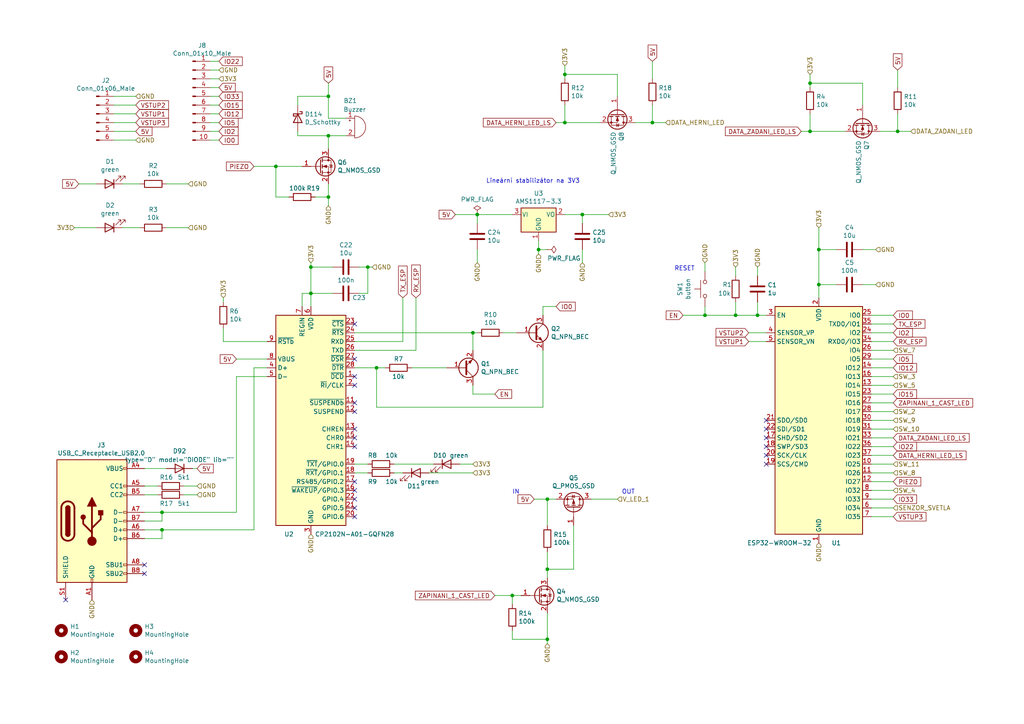
<source format=kicad_sch>
(kicad_sch (version 20211123) (generator eeschema)
  (paper "A4")
  (lib_symbols
    (symbol "Connector:Conn_01x06_Male" (pin_names (offset 1.016) hide)
      (property "Reference" "J" (at 0 7.62 0))
      (property "Value" "Conn_01x06_Male" (at 0 -10.16 0))
      (symbol "Conn_01x06_Male_1_1"
        (pin passive line (at 5.08 5.08 180) (length 3.81) (name "Pin_1") (number "1"))
        (pin passive line (at 5.08 2.54 180) (length 3.81) (name "Pin_2") (number "2"))
        (pin passive line (at 5.08 0 180) (length 3.81) (name "Pin_3") (number "3"))
        (pin passive line (at 5.08 -2.54 180) (length 3.81) (name "Pin_4") (number "4"))
        (pin passive line (at 5.08 -5.08 180) (length 3.81) (name "Pin_5") (number "5"))
        (pin passive line (at 5.08 -7.62 180) (length 3.81) (name "Pin_6") (number "6"))
      )
    )
    (symbol "Connector:Conn_01x10_Male" (pin_names (offset 1.016) hide)
      (property "Reference" "J" (at 0 12.7 0))
      (property "Value" "Conn_01x10_Male" (at 0 -15.24 0))
      (symbol "Conn_01x10_Male_1_1"
        (pin passive line (at 5.08 10.16 180) (length 3.81) (name "Pin_1") (number "1"))
        (pin passive line (at 5.08 -12.7 180) (length 3.81) (name "Pin_10") (number "10"))
        (pin passive line (at 5.08 7.62 180) (length 3.81) (name "Pin_2") (number "2"))
        (pin passive line (at 5.08 5.08 180) (length 3.81) (name "Pin_3") (number "3"))
        (pin passive line (at 5.08 2.54 180) (length 3.81) (name "Pin_4") (number "4"))
        (pin passive line (at 5.08 0 180) (length 3.81) (name "Pin_5") (number "5"))
        (pin passive line (at 5.08 -2.54 180) (length 3.81) (name "Pin_6") (number "6"))
        (pin passive line (at 5.08 -5.08 180) (length 3.81) (name "Pin_7") (number "7"))
        (pin passive line (at 5.08 -7.62 180) (length 3.81) (name "Pin_8") (number "8"))
        (pin passive line (at 5.08 -10.16 180) (length 3.81) (name "Pin_9") (number "9"))
      )
    )
    (symbol "Connector:USB_C_Receptacle_USB2.0" (pin_names (offset 1.016))
      (property "Reference" "J" (at -10.16 19.05 0))
      (property "Value" "USB_C_Receptacle_USB2.0" (at 19.05 19.05 0))
      (symbol "USB_C_Receptacle_USB2.0_1_1"
        (pin passive line (at 0 -22.86 90) (length 5.08) (name "GND") (number "A1"))
        (pin passive line (at 0 -22.86 90) (length 5.08) hide (name "GND") (number "A12"))
        (pin passive line (at 15.24 15.24 180) (length 5.08) (name "VBUS") (number "A4"))
        (pin bidirectional line (at 15.24 10.16 180) (length 5.08) (name "CC1") (number "A5"))
        (pin bidirectional line (at 15.24 -2.54 180) (length 5.08) (name "D+") (number "A6"))
        (pin bidirectional line (at 15.24 2.54 180) (length 5.08) (name "D-") (number "A7"))
        (pin bidirectional line (at 15.24 -12.7 180) (length 5.08) (name "SBU1") (number "A8"))
        (pin passive line (at 15.24 15.24 180) (length 5.08) hide (name "VBUS") (number "A9"))
        (pin passive line (at 0 -22.86 90) (length 5.08) hide (name "GND") (number "B1"))
        (pin passive line (at 0 -22.86 90) (length 5.08) hide (name "GND") (number "B12"))
        (pin passive line (at 15.24 15.24 180) (length 5.08) hide (name "VBUS") (number "B4"))
        (pin bidirectional line (at 15.24 7.62 180) (length 5.08) (name "CC2") (number "B5"))
        (pin bidirectional line (at 15.24 -5.08 180) (length 5.08) (name "D+") (number "B6"))
        (pin bidirectional line (at 15.24 0 180) (length 5.08) (name "D-") (number "B7"))
        (pin bidirectional line (at 15.24 -15.24 180) (length 5.08) (name "SBU2") (number "B8"))
        (pin passive line (at 15.24 15.24 180) (length 5.08) hide (name "VBUS") (number "B9"))
        (pin passive line (at -7.62 -22.86 90) (length 5.08) (name "SHIELD") (number "S1"))
      )
    )
    (symbol "Device:Buzzer" (pin_names (offset 0.0254) hide)
      (property "Reference" "BZ" (at 3.81 1.27 0))
      (property "Value" "Buzzer" (at 3.81 -1.27 0))
      (symbol "Buzzer_1_1"
        (pin passive line (at -2.54 2.54 0) (length 2.54) (name "-") (number "1"))
        (pin passive line (at -2.54 -2.54 0) (length 2.54) (name "+") (number "2"))
      )
    )
    (symbol "Device:C" (pin_numbers hide) (pin_names (offset 0.254))
      (property "Reference" "C" (at 0.635 2.54 0))
      (property "Value" "C" (at 0.635 -2.54 0))
      (symbol "C_1_1"
        (pin passive line (at 0 3.81 270) (length 2.794) (name "~") (number "1"))
        (pin passive line (at 0 -3.81 90) (length 2.794) (name "~") (number "2"))
      )
    )
    (symbol "Device:D" (pin_numbers hide) (pin_names (offset 1.016) hide)
      (property "Reference" "D" (at 0 2.54 0))
      (property "Value" "D" (at 0 -2.54 0))
      (symbol "D_1_1"
        (pin passive line (at -3.81 0 0) (length 2.54) (name "K") (number "1"))
        (pin passive line (at 3.81 0 180) (length 2.54) (name "A") (number "2"))
      )
    )
    (symbol "Device:D_Schottky" (pin_numbers hide) (pin_names (offset 1.016) hide)
      (property "Reference" "D" (at 0 2.54 0))
      (property "Value" "D_Schottky" (at 0 -2.54 0))
      (symbol "D_Schottky_1_1"
        (pin passive line (at -3.81 0 0) (length 2.54) (name "K") (number "1"))
        (pin passive line (at 3.81 0 180) (length 2.54) (name "A") (number "2"))
      )
    )
    (symbol "Device:LED" (pin_numbers hide) (pin_names (offset 1.016) hide)
      (property "Reference" "D" (at 0 2.54 0))
      (property "Value" "LED" (at 0 -2.54 0))
      (symbol "LED_1_1"
        (pin passive line (at -3.81 0 0) (length 2.54) (name "K") (number "1"))
        (pin passive line (at 3.81 0 180) (length 2.54) (name "A") (number "2"))
      )
    )
    (symbol "Device:Q_NMOS_GSD" (pin_names (offset 0) hide)
      (property "Reference" "Q" (at 5.08 1.27 0))
      (property "Value" "Q_NMOS_GSD" (at 5.08 -1.27 0))
      (symbol "Q_NMOS_GSD_1_1"
        (pin input line (at -5.08 0 0) (length 2.54) (name "G") (number "1"))
        (pin passive line (at 2.54 -5.08 90) (length 2.54) (name "S") (number "2"))
        (pin passive line (at 2.54 5.08 270) (length 2.54) (name "D") (number "3"))
      )
    )
    (symbol "Device:Q_NPN_BEC" (pin_names (offset 0) hide)
      (property "Reference" "Q" (at 5.08 1.27 0))
      (property "Value" "Q_NPN_BEC" (at 5.08 -1.27 0))
      (symbol "Q_NPN_BEC_1_1"
        (pin input line (at -5.08 0 0) (length 5.715) (name "B") (number "1"))
        (pin passive line (at 2.54 -5.08 90) (length 2.54) (name "E") (number "2"))
        (pin passive line (at 2.54 5.08 270) (length 2.54) (name "C") (number "3"))
      )
    )
    (symbol "Device:Q_PMOS_GSD" (pin_names (offset 0) hide)
      (property "Reference" "Q" (at 5.08 1.27 0))
      (property "Value" "Q_PMOS_GSD" (at 5.08 -1.27 0))
      (symbol "Q_PMOS_GSD_1_1"
        (pin input line (at -5.08 0 0) (length 2.54) (name "G") (number "1"))
        (pin passive line (at 2.54 -5.08 90) (length 2.54) (name "S") (number "2"))
        (pin passive line (at 2.54 5.08 270) (length 2.54) (name "D") (number "3"))
      )
    )
    (symbol "Device:R" (pin_numbers hide) (pin_names (offset 0))
      (property "Reference" "R" (at 2.032 0 90))
      (property "Value" "R" (at 0 0 90))
      (symbol "R_1_1"
        (pin passive line (at 0 3.81 270) (length 1.27) (name "~") (number "1"))
        (pin passive line (at 0 -3.81 90) (length 1.27) (name "~") (number "2"))
      )
    )
    (symbol "Logic_tabor-rescue:CP2102N-A01-GQFN28-Interface_USB"
      (property "Reference" "U" (at -7.62 31.75 0))
      (property "Value" "CP2102N-A01-GQFN28-Interface_USB" (at 26.67 31.75 0))
      (symbol "CP2102N-A01-GQFN28-Interface_USB_1_1"
        (pin input line (at 12.7 12.7 180) (length 2.54) (name "~{DCD}") (number "1"))
        (pin no_connect line (at -10.16 -10.16 0) (length 2.54) hide (name "NC") (number "10"))
        (pin output line (at 12.7 5.08 180) (length 2.54) (name "~{SUSPENDb}") (number "11"))
        (pin output line (at 12.7 2.54 180) (length 2.54) (name "SUSPEND") (number "12"))
        (pin output line (at 12.7 -2.54 180) (length 2.54) (name "CHREN") (number "13"))
        (pin output line (at 12.7 -7.62 180) (length 2.54) (name "CHR1") (number "14"))
        (pin output line (at 12.7 -5.08 180) (length 2.54) (name "CHR0") (number "15"))
        (pin bidirectional line (at 12.7 -20.32 180) (length 2.54) (name "~{WAKEUP}/GPIO.3") (number "16"))
        (pin bidirectional line (at 12.7 -17.78 180) (length 2.54) (name "RS485/GPIO.2") (number "17"))
        (pin bidirectional line (at 12.7 -15.24 180) (length 2.54) (name "~{RXT}/GPIO.1") (number "18"))
        (pin bidirectional line (at 12.7 -12.7 180) (length 2.54) (name "~{TXT}/GPIO.0") (number "19"))
        (pin bidirectional line (at 12.7 10.16 180) (length 2.54) (name "~{RI}/CLK") (number "2"))
        (pin bidirectional line (at 12.7 -27.94 180) (length 2.54) (name "GPIO.6") (number "20"))
        (pin bidirectional line (at 12.7 -25.4 180) (length 2.54) (name "GPIO.5") (number "21"))
        (pin bidirectional line (at 12.7 -22.86 180) (length 2.54) (name "GPIO.4") (number "22"))
        (pin input line (at 12.7 27.94 180) (length 2.54) (name "~{CTS}") (number "23"))
        (pin output line (at 12.7 25.4 180) (length 2.54) (name "~{RTS}") (number "24"))
        (pin input line (at 12.7 22.86 180) (length 2.54) (name "RXD") (number "25"))
        (pin output line (at 12.7 20.32 180) (length 2.54) (name "TXD") (number "26"))
        (pin input line (at 12.7 17.78 180) (length 2.54) (name "~{DSR}") (number "27"))
        (pin output line (at 12.7 15.24 180) (length 2.54) (name "~{DTR}") (number "28"))
        (pin passive line (at 0 -33.02 90) (length 2.54) hide (name "GND") (number "29"))
        (pin power_in line (at 0 -33.02 90) (length 2.54) (name "GND") (number "3"))
        (pin bidirectional line (at -12.7 15.24 0) (length 2.54) (name "D+") (number "4"))
        (pin bidirectional line (at -12.7 12.7 0) (length 2.54) (name "D-") (number "5"))
        (pin passive line (at 0 33.02 270) (length 2.54) (name "VDD") (number "6"))
        (pin power_in line (at -2.54 33.02 270) (length 2.54) (name "REGIN") (number "7"))
        (pin input line (at -12.7 17.78 0) (length 2.54) (name "VBUS") (number "8"))
        (pin input line (at -12.7 22.86 0) (length 2.54) (name "~{RSTb}") (number "9"))
      )
    )
    (symbol "Mechanical:MountingHole" (pin_names (offset 1.016))
      (property "Reference" "H" (at 0 5.08 0))
      (property "Value" "MountingHole" (at 0 3.175 0))
    )
    (symbol "RF_Module:ESP32-WROOM-32"
      (property "Reference" "U" (at -12.7 34.29 0))
      (property "Value" "ESP32-WROOM-32" (at 1.27 34.29 0))
      (symbol "ESP32-WROOM-32_1_1"
        (pin power_in line (at 0 -35.56 90) (length 2.54) (name "GND") (number "1"))
        (pin bidirectional line (at 15.24 -12.7 180) (length 2.54) (name "IO25") (number "10"))
        (pin bidirectional line (at 15.24 -15.24 180) (length 2.54) (name "IO26") (number "11"))
        (pin bidirectional line (at 15.24 -17.78 180) (length 2.54) (name "IO27") (number "12"))
        (pin bidirectional line (at 15.24 10.16 180) (length 2.54) (name "IO14") (number "13"))
        (pin bidirectional line (at 15.24 15.24 180) (length 2.54) (name "IO12") (number "14"))
        (pin passive line (at 0 -35.56 90) (length 2.54) hide (name "GND") (number "15"))
        (pin bidirectional line (at 15.24 12.7 180) (length 2.54) (name "IO13") (number "16"))
        (pin bidirectional line (at -15.24 -5.08 0) (length 2.54) (name "SHD/SD2") (number "17"))
        (pin bidirectional line (at -15.24 -7.62 0) (length 2.54) (name "SWP/SD3") (number "18"))
        (pin bidirectional line (at -15.24 -12.7 0) (length 2.54) (name "SCS/CMD") (number "19"))
        (pin power_in line (at 0 35.56 270) (length 2.54) (name "VDD") (number "2"))
        (pin bidirectional line (at -15.24 -10.16 0) (length 2.54) (name "SCK/CLK") (number "20"))
        (pin bidirectional line (at -15.24 0 0) (length 2.54) (name "SDO/SD0") (number "21"))
        (pin bidirectional line (at -15.24 -2.54 0) (length 2.54) (name "SDI/SD1") (number "22"))
        (pin bidirectional line (at 15.24 7.62 180) (length 2.54) (name "IO15") (number "23"))
        (pin bidirectional line (at 15.24 25.4 180) (length 2.54) (name "IO2") (number "24"))
        (pin bidirectional line (at 15.24 30.48 180) (length 2.54) (name "IO0") (number "25"))
        (pin bidirectional line (at 15.24 20.32 180) (length 2.54) (name "IO4") (number "26"))
        (pin bidirectional line (at 15.24 5.08 180) (length 2.54) (name "IO16") (number "27"))
        (pin bidirectional line (at 15.24 2.54 180) (length 2.54) (name "IO17") (number "28"))
        (pin bidirectional line (at 15.24 17.78 180) (length 2.54) (name "IO5") (number "29"))
        (pin input line (at -15.24 30.48 0) (length 2.54) (name "EN") (number "3"))
        (pin bidirectional line (at 15.24 0 180) (length 2.54) (name "IO18") (number "30"))
        (pin bidirectional line (at 15.24 -2.54 180) (length 2.54) (name "IO19") (number "31"))
        (pin no_connect line (at -12.7 -27.94 0) (length 2.54) hide (name "NC") (number "32"))
        (pin bidirectional line (at 15.24 -5.08 180) (length 2.54) (name "IO21") (number "33"))
        (pin bidirectional line (at 15.24 22.86 180) (length 2.54) (name "RXD0/IO3") (number "34"))
        (pin bidirectional line (at 15.24 27.94 180) (length 2.54) (name "TXD0/IO1") (number "35"))
        (pin bidirectional line (at 15.24 -7.62 180) (length 2.54) (name "IO22") (number "36"))
        (pin bidirectional line (at 15.24 -10.16 180) (length 2.54) (name "IO23") (number "37"))
        (pin passive line (at 0 -35.56 90) (length 2.54) hide (name "GND") (number "38"))
        (pin passive line (at 0 -35.56 90) (length 2.54) hide (name "GND") (number "39"))
        (pin input line (at -15.24 25.4 0) (length 2.54) (name "SENSOR_VP") (number "4"))
        (pin input line (at -15.24 22.86 0) (length 2.54) (name "SENSOR_VN") (number "5"))
        (pin input line (at 15.24 -25.4 180) (length 2.54) (name "IO34") (number "6"))
        (pin input line (at 15.24 -27.94 180) (length 2.54) (name "IO35") (number "7"))
        (pin bidirectional line (at 15.24 -20.32 180) (length 2.54) (name "IO32") (number "8"))
        (pin bidirectional line (at 15.24 -22.86 180) (length 2.54) (name "IO33") (number "9"))
      )
    )
    (symbol "Regulator_Linear:AMS1117-3.3" (pin_names (offset 0.254))
      (property "Reference" "U" (at -3.81 3.175 0))
      (property "Value" "AMS1117-3.3" (at 0 3.175 0))
      (symbol "AMS1117-3.3_1_1"
        (pin power_in line (at 0 -7.62 90) (length 2.54) (name "GND") (number "1"))
        (pin power_out line (at 7.62 0 180) (length 2.54) (name "VO") (number "2"))
        (pin power_in line (at -7.62 0 0) (length 2.54) (name "VI") (number "3"))
      )
    )
    (symbol "Switch:SW_Push" (pin_numbers hide) (pin_names (offset 1.016) hide)
      (property "Reference" "SW" (at 1.27 2.54 0))
      (property "Value" "SW_Push" (at 0 -1.524 0))
      (symbol "SW_Push_0_1"
        (pin passive line (at -5.08 0 0) (length 2.54) (name "1") (number "1"))
        (pin passive line (at 5.08 0 180) (length 2.54) (name "2") (number "2"))
      )
    )
    (symbol "power:PWR_FLAG" (power) (pin_numbers hide) (pin_names (offset 0) hide)
      (property "Value" "PWR_FLAG" (at 0 3.81 0))
      (symbol "PWR_FLAG_0_0"
        (pin power_out line (at 0 0 90) (length 0) (name "pwr") (number "1"))
      )
    )
  )
  (junction (at 204.47 91.44))
  (junction (at 46.99 153.67))
  (junction (at 106.68 77.47))
  (junction (at 213.36 91.44))
  (junction (at 163.83 21.59))
  (junction (at 95.25 27.94))
  (junction (at 137.16 96.52))
  (junction (at 168.91 62.23))
  (junction (at 189.23 35.56))
  (junction (at 95.25 39.37))
  (junction (at 90.17 85.09))
  (junction (at 158.75 165.1))
  (junction (at 237.49 72.39))
  (junction (at 158.75 185.42))
  (junction (at 109.22 106.68))
  (junction (at 234.95 24.13))
  (junction (at 237.49 82.55))
  (junction (at 90.17 77.47))
  (junction (at 138.43 62.23))
  (junction (at 148.59 172.72))
  (junction (at 158.75 144.78))
  (junction (at 80.01 48.26))
  (junction (at 156.21 72.39))
  (junction (at 46.99 148.59))
  (junction (at 260.35 38.1))
  (junction (at 163.83 35.56))
  (junction (at 234.95 38.1))
  (junction (at 95.25 57.15))
  (junction (at 219.71 91.44))
  (no_connect (at 102.87 149.86))
  (no_connect (at 102.87 119.38))
  (no_connect (at 102.87 124.46))
  (no_connect (at 222.25 132.08))
  (no_connect (at 222.25 127))
  (no_connect (at 102.87 116.84))
  (no_connect (at 102.87 109.22))
  (no_connect (at 102.87 111.76))
  (no_connect (at 41.91 163.83))
  (no_connect (at 19.05 173.99))
  (no_connect (at 102.87 142.24))
  (no_connect (at 102.87 147.32))
  (no_connect (at 222.25 134.62))
  (no_connect (at 41.91 166.37))
  (no_connect (at 222.25 121.92))
  (no_connect (at 102.87 93.98))
  (no_connect (at 102.87 139.7))
  (no_connect (at 222.25 124.46))
  (no_connect (at 102.87 144.78))
  (no_connect (at 102.87 129.54))
  (no_connect (at 102.87 104.14))
  (no_connect (at 102.87 127))
  (no_connect (at 222.25 129.54))
  (wire (pts (xy 252.73 137.16) (xy 259.08 137.16)))
  (wire (pts (xy 104.14 77.47) (xy 106.68 77.47)))
  (wire (pts (xy 63.5 40.64) (xy 60.96 40.64)))
  (wire (pts (xy 260.35 38.1) (xy 255.27 38.1)))
  (wire (pts (xy 148.59 182.88) (xy 148.59 185.42)))
  (wire (pts (xy 35.56 53.34) (xy 40.64 53.34)))
  (wire (pts (xy 148.59 175.26) (xy 148.59 172.72)))
  (wire (pts (xy 41.91 135.89) (xy 48.26 135.89)))
  (wire (pts (xy 259.08 93.98) (xy 252.73 93.98)))
  (wire (pts (xy 137.16 134.62) (xy 133.35 134.62)))
  (wire (pts (xy 148.59 185.42) (xy 158.75 185.42)))
  (wire (pts (xy 86.36 39.37) (xy 95.25 39.37)))
  (wire (pts (xy 158.75 185.42) (xy 158.75 186.69)))
  (wire (pts (xy 102.87 106.68) (xy 109.22 106.68)))
  (wire (pts (xy 80.01 48.26) (xy 87.63 48.26)))
  (wire (pts (xy 48.26 53.34) (xy 54.61 53.34)))
  (wire (pts (xy 259.08 99.06) (xy 252.73 99.06)))
  (wire (pts (xy 68.58 148.59) (xy 68.58 109.22)))
  (wire (pts (xy 63.5 17.78) (xy 60.96 17.78)))
  (wire (pts (xy 217.17 96.52) (xy 222.25 96.52)))
  (wire (pts (xy 252.73 139.7) (xy 259.08 139.7)))
  (wire (pts (xy 57.15 143.51) (xy 53.34 143.51)))
  (wire (pts (xy 57.15 135.89) (xy 55.88 135.89)))
  (wire (pts (xy 259.08 134.62) (xy 252.73 134.62)))
  (wire (pts (xy 107.95 77.47) (xy 106.68 77.47)))
  (wire (pts (xy 138.43 64.77) (xy 138.43 62.23)))
  (wire (pts (xy 119.38 106.68) (xy 129.54 106.68)))
  (wire (pts (xy 163.83 21.59) (xy 163.83 22.86)))
  (wire (pts (xy 63.5 27.94) (xy 60.96 27.94)))
  (wire (pts (xy 219.71 77.47) (xy 219.71 80.01)))
  (wire (pts (xy 259.08 116.84) (xy 252.73 116.84)))
  (wire (pts (xy 95.25 59.69) (xy 95.25 57.15)))
  (wire (pts (xy 158.75 177.8) (xy 158.75 185.42)))
  (wire (pts (xy 252.73 119.38) (xy 259.08 119.38)))
  (wire (pts (xy 166.37 152.4) (xy 166.37 165.1)))
  (wire (pts (xy 242.57 82.55) (xy 237.49 82.55)))
  (wire (pts (xy 158.75 167.64) (xy 158.75 165.1)))
  (wire (pts (xy 96.52 77.47) (xy 90.17 77.47)))
  (wire (pts (xy 39.37 30.48) (xy 33.02 30.48)))
  (wire (pts (xy 64.77 95.25) (xy 64.77 99.06)))
  (wire (pts (xy 95.25 34.29) (xy 100.33 34.29)))
  (wire (pts (xy 179.07 27.94) (xy 179.07 21.59)))
  (wire (pts (xy 106.68 85.09) (xy 104.14 85.09)))
  (wire (pts (xy 33.02 33.02) (xy 39.37 33.02)))
  (wire (pts (xy 259.08 129.54) (xy 252.73 129.54)))
  (wire (pts (xy 157.48 118.11) (xy 109.22 118.11)))
  (wire (pts (xy 106.68 77.47) (xy 106.68 85.09)))
  (wire (pts (xy 166.37 165.1) (xy 158.75 165.1)))
  (wire (pts (xy 163.83 35.56) (xy 161.29 35.56)))
  (wire (pts (xy 86.36 30.48) (xy 86.36 27.94)))
  (wire (pts (xy 252.73 104.14) (xy 259.08 104.14)))
  (wire (pts (xy 102.87 96.52) (xy 137.16 96.52)))
  (wire (pts (xy 95.25 24.13) (xy 95.25 27.94)))
  (wire (pts (xy 53.34 140.97) (xy 57.15 140.97)))
  (wire (pts (xy 68.58 109.22) (xy 77.47 109.22)))
  (wire (pts (xy 116.84 137.16) (xy 114.3 137.16)))
  (wire (pts (xy 213.36 87.63) (xy 213.36 91.44)))
  (wire (pts (xy 63.5 20.32) (xy 60.96 20.32)))
  (wire (pts (xy 137.16 114.3) (xy 143.51 114.3)))
  (wire (pts (xy 176.53 62.23) (xy 168.91 62.23)))
  (wire (pts (xy 234.95 24.13) (xy 234.95 25.4)))
  (wire (pts (xy 252.73 127) (xy 259.08 127)))
  (wire (pts (xy 254 82.55) (xy 250.19 82.55)))
  (wire (pts (xy 86.36 27.94) (xy 95.25 27.94)))
  (wire (pts (xy 250.19 30.48) (xy 250.19 24.13)))
  (wire (pts (xy 90.17 77.47) (xy 90.17 85.09)))
  (wire (pts (xy 41.91 148.59) (xy 46.99 148.59)))
  (wire (pts (xy 125.73 134.62) (xy 114.3 134.62)))
  (wire (pts (xy 163.83 35.56) (xy 173.99 35.56)))
  (wire (pts (xy 252.73 121.92) (xy 259.08 121.92)))
  (wire (pts (xy 168.91 64.77) (xy 168.91 62.23)))
  (wire (pts (xy 64.77 99.06) (xy 77.47 99.06)))
  (wire (pts (xy 259.08 111.76) (xy 252.73 111.76)))
  (wire (pts (xy 189.23 35.56) (xy 184.15 35.56)))
  (wire (pts (xy 260.35 25.4) (xy 260.35 20.32)))
  (wire (pts (xy 46.99 148.59) (xy 68.58 148.59)))
  (wire (pts (xy 252.73 96.52) (xy 259.08 96.52)))
  (wire (pts (xy 96.52 85.09) (xy 90.17 85.09)))
  (wire (pts (xy 252.73 144.78) (xy 259.08 144.78)))
  (wire (pts (xy 204.47 76.2) (xy 204.47 78.74)))
  (wire (pts (xy 116.84 86.36) (xy 116.84 99.06)))
  (wire (pts (xy 41.91 156.21) (xy 46.99 156.21)))
  (wire (pts (xy 138.43 62.23) (xy 148.59 62.23)))
  (wire (pts (xy 237.49 72.39) (xy 237.49 82.55)))
  (wire (pts (xy 137.16 96.52) (xy 137.16 101.6)))
  (wire (pts (xy 219.71 91.44) (xy 213.36 91.44)))
  (wire (pts (xy 137.16 96.52) (xy 138.43 96.52)))
  (wire (pts (xy 252.73 132.08) (xy 259.08 132.08)))
  (wire (pts (xy 232.41 38.1) (xy 234.95 38.1)))
  (wire (pts (xy 95.25 43.18) (xy 95.25 39.37)))
  (wire (pts (xy 86.36 38.1) (xy 86.36 39.37)))
  (wire (pts (xy 157.48 91.44) (xy 157.48 88.9)))
  (wire (pts (xy 95.25 39.37) (xy 100.33 39.37)))
  (wire (pts (xy 46.99 156.21) (xy 46.99 153.67)))
  (wire (pts (xy 163.83 30.48) (xy 163.83 35.56)))
  (wire (pts (xy 252.73 114.3) (xy 259.08 114.3)))
  (wire (pts (xy 242.57 72.39) (xy 237.49 72.39)))
  (wire (pts (xy 252.73 91.44) (xy 259.08 91.44)))
  (wire (pts (xy 154.94 144.78) (xy 158.75 144.78)))
  (wire (pts (xy 156.21 73.66) (xy 156.21 72.39)))
  (wire (pts (xy 64.77 86.36) (xy 64.77 87.63)))
  (wire (pts (xy 158.75 144.78) (xy 161.29 144.78)))
  (wire (pts (xy 46.99 151.13) (xy 46.99 148.59)))
  (wire (pts (xy 138.43 72.39) (xy 138.43 76.2)))
  (wire (pts (xy 41.91 151.13) (xy 46.99 151.13)))
  (wire (pts (xy 158.75 152.4) (xy 158.75 144.78)))
  (wire (pts (xy 222.25 99.06) (xy 217.17 99.06)))
  (wire (pts (xy 63.5 25.4) (xy 60.96 25.4)))
  (wire (pts (xy 252.73 149.86) (xy 259.08 149.86)))
  (wire (pts (xy 33.02 38.1) (xy 39.37 38.1)))
  (wire (pts (xy 63.5 33.02) (xy 60.96 33.02)))
  (wire (pts (xy 73.66 106.68) (xy 77.47 106.68)))
  (wire (pts (xy 63.5 30.48) (xy 60.96 30.48)))
  (wire (pts (xy 259.08 142.24) (xy 252.73 142.24)))
  (wire (pts (xy 137.16 111.76) (xy 137.16 114.3)))
  (wire (pts (xy 168.91 62.23) (xy 163.83 62.23)))
  (wire (pts (xy 33.02 27.94) (xy 39.37 27.94)))
  (wire (pts (xy 146.05 96.52) (xy 149.86 96.52)))
  (wire (pts (xy 40.64 66.04) (xy 35.56 66.04)))
  (wire (pts (xy 27.94 66.04) (xy 21.59 66.04)))
  (wire (pts (xy 41.91 143.51) (xy 45.72 143.51)))
  (wire (pts (xy 102.87 134.62) (xy 106.68 134.62)))
  (wire (pts (xy 234.95 33.02) (xy 234.95 38.1)))
  (wire (pts (xy 111.76 106.68) (xy 109.22 106.68)))
  (wire (pts (xy 222.25 91.44) (xy 219.71 91.44)))
  (wire (pts (xy 148.59 172.72) (xy 143.51 172.72)))
  (wire (pts (xy 157.48 88.9) (xy 161.29 88.9)))
  (wire (pts (xy 189.23 30.48) (xy 189.23 35.56)))
  (wire (pts (xy 260.35 33.02) (xy 260.35 38.1)))
  (wire (pts (xy 252.73 147.32) (xy 259.08 147.32)))
  (wire (pts (xy 259.08 124.46) (xy 252.73 124.46)))
  (wire (pts (xy 204.47 88.9) (xy 204.47 91.44)))
  (wire (pts (xy 171.45 144.78) (xy 179.07 144.78)))
  (wire (pts (xy 91.44 57.15) (xy 95.25 57.15)))
  (wire (pts (xy 73.66 153.67) (xy 73.66 106.68)))
  (wire (pts (xy 237.49 66.04) (xy 237.49 72.39)))
  (wire (pts (xy 163.83 19.05) (xy 163.83 21.59)))
  (wire (pts (xy 54.61 66.04) (xy 48.26 66.04)))
  (wire (pts (xy 264.16 38.1) (xy 260.35 38.1)))
  (wire (pts (xy 41.91 153.67) (xy 46.99 153.67)))
  (wire (pts (xy 234.95 38.1) (xy 245.11 38.1)))
  (wire (pts (xy 63.5 35.56) (xy 60.96 35.56)))
  (wire (pts (xy 90.17 76.2) (xy 90.17 77.47)))
  (wire (pts (xy 106.68 137.16) (xy 102.87 137.16)))
  (wire (pts (xy 95.25 27.94) (xy 95.25 34.29)))
  (wire (pts (xy 102.87 101.6) (xy 120.65 101.6)))
  (wire (pts (xy 156.21 72.39) (xy 156.21 69.85)))
  (wire (pts (xy 156.21 72.39) (xy 158.75 72.39)))
  (wire (pts (xy 95.25 57.15) (xy 95.25 53.34)))
  (wire (pts (xy 137.16 137.16) (xy 124.46 137.16)))
  (wire (pts (xy 27.94 53.34) (xy 22.86 53.34)))
  (wire (pts (xy 250.19 24.13) (xy 234.95 24.13)))
  (wire (pts (xy 39.37 35.56) (xy 33.02 35.56)))
  (wire (pts (xy 90.17 85.09) (xy 90.17 88.9)))
  (wire (pts (xy 158.75 165.1) (xy 158.75 160.02)))
  (wire (pts (xy 259.08 106.68) (xy 252.73 106.68)))
  (wire (pts (xy 234.95 21.59) (xy 234.95 24.13)))
  (wire (pts (xy 213.36 91.44) (xy 204.47 91.44)))
  (wire (pts (xy 259.08 109.22) (xy 252.73 109.22)))
  (wire (pts (xy 151.13 172.72) (xy 148.59 172.72)))
  (wire (pts (xy 90.17 85.09) (xy 87.63 85.09)))
  (wire (pts (xy 102.87 99.06) (xy 116.84 99.06)))
  (wire (pts (xy 189.23 22.86) (xy 189.23 17.78)))
  (wire (pts (xy 213.36 77.47) (xy 213.36 80.01)))
  (wire (pts (xy 63.5 38.1) (xy 60.96 38.1)))
  (wire (pts (xy 237.49 82.55) (xy 237.49 86.36)))
  (wire (pts (xy 83.82 57.15) (xy 80.01 57.15)))
  (wire (pts (xy 259.08 101.6) (xy 252.73 101.6)))
  (wire (pts (xy 109.22 118.11) (xy 109.22 106.68)))
  (wire (pts (xy 46.99 153.67) (xy 73.66 153.67)))
  (wire (pts (xy 198.12 91.44) (xy 204.47 91.44)))
  (wire (pts (xy 219.71 87.63) (xy 219.71 91.44)))
  (wire (pts (xy 157.48 101.6) (xy 157.48 118.11)))
  (wire (pts (xy 39.37 40.64) (xy 33.02 40.64)))
  (wire (pts (xy 68.58 104.14) (xy 77.47 104.14)))
  (wire (pts (xy 250.19 72.39) (xy 254 72.39)))
  (wire (pts (xy 80.01 57.15) (xy 80.01 48.26)))
  (wire (pts (xy 87.63 85.09) (xy 87.63 88.9)))
  (wire (pts (xy 193.04 35.56) (xy 189.23 35.56)))
  (wire (pts (xy 73.66 48.26) (xy 80.01 48.26)))
  (wire (pts (xy 120.65 86.36) (xy 120.65 101.6)))
  (wire (pts (xy 132.08 62.23) (xy 138.43 62.23)))
  (wire (pts (xy 168.91 72.39) (xy 168.91 76.2)))
  (wire (pts (xy 63.5 22.86) (xy 60.96 22.86)))
  (wire (pts (xy 179.07 21.59) (xy 163.83 21.59)))
  (wire (pts (xy 45.72 140.97) (xy 41.91 140.97)))
  (text "Lineární stabilizátor na 3V3\n" (at 140.97 53.34 0) (effects (font (size 1.27 1.27)) (justify left bottom)))
  (text "RESET\n" (at 195.58 78.74 0) (effects (font (size 1.27 1.27)) (justify left bottom)))
  (text "OUT\n" (at 180.34 143.51 0) (effects (font (size 1.27 1.27)) (justify left bottom)))
  (text "IN\n" (at 148.59 143.51 0) (effects (font (size 1.27 1.27)) (justify left bottom)))
  (global_label "5V" (shape input) (at 68.58 104.14 180) (property "Intersheet References" "${INTERSHEET_REFS}" (effects hide)))
  (global_label "TX_ESP" (shape input) (at 116.84 86.36 90) (property "Intersheet References" "${INTERSHEET_REFS}" (effects hide)))
  (global_label "5V" (shape input) (at 154.94 144.78 180) (property "Intersheet References" "${INTERSHEET_REFS}" (effects hide)))
  (global_label "IO33" (shape input) (at 63.5 27.94 0) (property "Intersheet References" "${INTERSHEET_REFS}" (effects hide)))
  (global_label "5V" (shape input) (at 132.08 62.23 180) (property "Intersheet References" "${INTERSHEET_REFS}" (effects hide)))
  (global_label "IO12" (shape input) (at 259.08 106.68 0) (property "Intersheet References" "${INTERSHEET_REFS}" (effects hide)))
  (global_label "IO2" (shape input) (at 259.08 96.52 0) (property "Intersheet References" "${INTERSHEET_REFS}" (effects hide)))
  (global_label "IO2" (shape input) (at 63.5 38.1 0) (property "Intersheet References" "${INTERSHEET_REFS}" (effects hide)))
  (global_label "EN" (shape input) (at 143.51 114.3 0) (property "Intersheet References" "${INTERSHEET_REFS}" (effects hide)))
  (global_label "RX_ESP" (shape input) (at 259.08 99.06 0) (property "Intersheet References" "${INTERSHEET_REFS}" (effects hide)))
  (global_label "IO0" (shape input) (at 161.29 88.9 0) (property "Intersheet References" "${INTERSHEET_REFS}" (effects hide)))
  (global_label "DATA_ZADANI_LED_LS" (shape input) (at 259.08 127 0) (property "Intersheet References" "${INTERSHEET_REFS}" (effects hide)))
  (global_label "5V" (shape input) (at 260.35 20.32 90) (property "Intersheet References" "${INTERSHEET_REFS}" (effects hide)))
  (global_label "VSTUP3" (shape input) (at 39.37 35.56 0) (property "Intersheet References" "${INTERSHEET_REFS}" (effects hide)))
  (global_label "IO0" (shape input) (at 63.5 40.64 0) (property "Intersheet References" "${INTERSHEET_REFS}" (effects hide)))
  (global_label "IO0" (shape input) (at 259.08 91.44 0) (property "Intersheet References" "${INTERSHEET_REFS}" (effects hide)))
  (global_label "DATA_HERNI_LED_LS" (shape input) (at 161.29 35.56 180) (property "Intersheet References" "${INTERSHEET_REFS}" (effects hide)))
  (global_label "5V" (shape input) (at 189.23 17.78 90) (property "Intersheet References" "${INTERSHEET_REFS}" (effects hide)))
  (global_label "VSTUP3" (shape input) (at 259.08 149.86 0) (property "Intersheet References" "${INTERSHEET_REFS}" (effects hide)))
  (global_label "VSTUP2" (shape input) (at 217.17 96.52 180) (property "Intersheet References" "${INTERSHEET_REFS}" (effects hide)))
  (global_label "IO15" (shape input) (at 63.5 30.48 0) (property "Intersheet References" "${INTERSHEET_REFS}" (effects hide)))
  (global_label "PIEZO" (shape input) (at 73.66 48.26 180) (property "Intersheet References" "${INTERSHEET_REFS}" (effects hide)))
  (global_label "5V" (shape input) (at 57.15 135.89 0) (property "Intersheet References" "${INTERSHEET_REFS}" (effects hide)))
  (global_label "ZAPINANI_1_CAST_LED" (shape input) (at 143.51 172.72 180) (property "Intersheet References" "${INTERSHEET_REFS}" (effects hide)))
  (global_label "ZAPINANI_1_CAST_LED" (shape input) (at 259.08 116.84 0) (property "Intersheet References" "${INTERSHEET_REFS}" (effects hide)))
  (global_label "VSTUP1" (shape input) (at 39.37 33.02 0) (property "Intersheet References" "${INTERSHEET_REFS}" (effects hide)))
  (global_label "EN" (shape input) (at 198.12 91.44 180) (property "Intersheet References" "${INTERSHEET_REFS}" (effects hide)))
  (global_label "IO5" (shape input) (at 259.08 104.14 0) (property "Intersheet References" "${INTERSHEET_REFS}" (effects hide)))
  (global_label "IO22" (shape input) (at 259.08 129.54 0) (property "Intersheet References" "${INTERSHEET_REFS}" (effects hide)))
  (global_label "IO15" (shape input) (at 259.08 114.3 0) (property "Intersheet References" "${INTERSHEET_REFS}" (effects hide)))
  (global_label "TX_ESP" (shape input) (at 259.08 93.98 0) (property "Intersheet References" "${INTERSHEET_REFS}" (effects hide)))
  (global_label "IO5" (shape input) (at 63.5 35.56 0) (property "Intersheet References" "${INTERSHEET_REFS}" (effects hide)))
  (global_label "PIEZO" (shape input) (at 259.08 139.7 0) (property "Intersheet References" "${INTERSHEET_REFS}" (effects hide)))
  (global_label "DATA_ZADANI_LED_LS" (shape input) (at 232.41 38.1 180) (property "Intersheet References" "${INTERSHEET_REFS}" (effects hide)))
  (global_label "VSTUP1" (shape input) (at 217.17 99.06 180) (property "Intersheet References" "${INTERSHEET_REFS}" (effects hide)))
  (global_label "IO33" (shape input) (at 259.08 144.78 0) (property "Intersheet References" "${INTERSHEET_REFS}" (effects hide)))
  (global_label "5V" (shape input) (at 39.37 38.1 0) (property "Intersheet References" "${INTERSHEET_REFS}" (effects hide)))
  (global_label "DATA_HERNI_LED_LS" (shape input) (at 259.08 132.08 0) (property "Intersheet References" "${INTERSHEET_REFS}" (effects hide)))
  (global_label "5V" (shape input) (at 95.25 24.13 90) (property "Intersheet References" "${INTERSHEET_REFS}" (effects hide)))
  (global_label "IO12" (shape input) (at 63.5 33.02 0) (property "Intersheet References" "${INTERSHEET_REFS}" (effects hide)))
  (global_label "RX_ESP" (shape input) (at 120.65 86.36 90) (property "Intersheet References" "${INTERSHEET_REFS}" (effects hide)))
  (global_label "5V" (shape input) (at 22.86 53.34 180) (property "Intersheet References" "${INTERSHEET_REFS}" (effects hide)))
  (global_label "IO22" (shape input) (at 63.5 17.78 0) (property "Intersheet References" "${INTERSHEET_REFS}" (effects hide)))
  (global_label "5V" (shape input) (at 63.5 25.4 0) (property "Intersheet References" "${INTERSHEET_REFS}" (effects hide)))
  (global_label "VSTUP2" (shape input) (at 39.37 30.48 0) (property "Intersheet References" "${INTERSHEET_REFS}" (effects hide)))
  (hierarchical_label "3V3" (shape input) (at 137.16 137.16 0))
  (hierarchical_label "DATA_ZADANI_LED" (shape input) (at 264.16 38.1 0))
  (hierarchical_label "GND" (shape input) (at 54.61 53.34 0))
  (hierarchical_label "GND" (shape input) (at 57.15 143.51 0))
  (hierarchical_label "3V3" (shape input) (at 64.77 86.36 90))
  (hierarchical_label "GND" (shape input) (at 26.67 173.99 270))
  (hierarchical_label "3V3" (shape input) (at 237.49 66.04 90))
  (hierarchical_label "SW_7" (shape input) (at 259.08 101.6 0))
  (hierarchical_label "DATA_HERNI_LED" (shape input) (at 193.04 35.56 0))
  (hierarchical_label "3V3" (shape input) (at 21.59 66.04 180))
  (hierarchical_label "GND" (shape input) (at 237.49 157.48 270))
  (hierarchical_label "GND" (shape input) (at 204.47 76.2 90))
  (hierarchical_label "SW_3" (shape input) (at 259.08 109.22 0))
  (hierarchical_label "3V3" (shape input) (at 176.53 62.23 0))
  (hierarchical_label "GND" (shape input) (at 168.91 76.2 270))
  (hierarchical_label "GND" (shape input) (at 219.71 77.47 90))
  (hierarchical_label "GND" (shape input) (at 63.5 20.32 0))
  (hierarchical_label "SENZOR_SVETLA" (shape input) (at 259.08 147.32 0))
  (hierarchical_label "GND" (shape input) (at 107.95 77.47 0))
  (hierarchical_label "SW_9" (shape input) (at 259.08 121.92 0))
  (hierarchical_label "GND" (shape input) (at 54.61 66.04 0))
  (hierarchical_label "GND" (shape input) (at 39.37 40.64 0))
  (hierarchical_label "SW_5" (shape input) (at 259.08 111.76 0))
  (hierarchical_label "3V3" (shape input) (at 213.36 77.47 90))
  (hierarchical_label "SW_11" (shape input) (at 259.08 134.62 0))
  (hierarchical_label "GND" (shape input) (at 138.43 76.2 270))
  (hierarchical_label "GND" (shape input) (at 95.25 59.69 270))
  (hierarchical_label "GND" (shape input) (at 254 82.55 0))
  (hierarchical_label "3V3" (shape input) (at 234.95 21.59 90))
  (hierarchical_label "SW_4" (shape input) (at 259.08 142.24 0))
  (hierarchical_label "GND" (shape input) (at 158.75 186.69 270))
  (hierarchical_label "GND" (shape input) (at 254 72.39 0))
  (hierarchical_label "3V3" (shape input) (at 63.5 22.86 0))
  (hierarchical_label "3V3" (shape input) (at 137.16 134.62 0))
  (hierarchical_label "V_LED_1" (shape input) (at 179.07 144.78 0))
  (hierarchical_label "SW_2" (shape input) (at 259.08 119.38 0))
  (hierarchical_label "GND" (shape input) (at 90.17 154.94 270))
  (hierarchical_label "GND" (shape input) (at 39.37 27.94 0))
  (hierarchical_label "GND" (shape input) (at 57.15 140.97 0))
  (hierarchical_label "GND" (shape input) (at 156.21 73.66 270))
  (hierarchical_label "SW_10" (shape input) (at 259.08 124.46 0))
  (hierarchical_label "3V3" (shape input) (at 90.17 76.2 90))
  (hierarchical_label "SW_8" (shape input) (at 259.08 137.16 0))
  (hierarchical_label "3V3" (shape input) (at 163.83 19.05 90))
  (symbol (lib_id "Device:R") (at 213.36 83.82 0) (unit 1)
    (property "Reference" "R1" (at 209.55 82.55 0) (effects (justify left)))
    (property "Value" "10k" (at 208.28 85.09 0) (effects (justify left)))
    (property "Footprint" "Resistor_SMD:R_0402_1005Metric" (effects hide))
    (property "LCSC" "C25744" (effects hide))
    (property "JLCPCB_CORRECTION" "0;0;0" (effects hide))
  )
  (symbol (lib_id "Device:C") (at 246.38 72.39 270) (unit 1)
    (property "Reference" "C4" (at 246.38 65.9892 90))
    (property "Value" "10u" (at 246.38 68.3006 90))
    (property "Footprint" "Capacitor_SMD:C_0402_1005Metric" (effects hide))
    (property "LCSC" "C15525" (effects hide))
    (property "JLCPCB_CORRECTION" "0;0;0" (effects hide))
  )
  (symbol (lib_id "Device:C") (at 246.38 82.55 270) (unit 1)
    (property "Reference" "C5" (at 246.38 76.1492 90))
    (property "Value" "100n" (at 246.38 78.4606 90))
    (property "Footprint" "Capacitor_SMD:C_0402_1005Metric" (effects hide))
    (property "LCSC" "C1525" (effects hide))
    (property "JLCPCB_CORRECTION" "0;0;0" (effects hide))
  )
  (symbol (lib_id "RF_Module:ESP32-WROOM-32") (at 237.49 121.92 0) (unit 1)
    (property "Reference" "U1" (at 242.57 157.48 0))
    (property "Value" "ESP32-WROOM-32" (at 226.06 157.48 0))
    (property "Footprint" "RF_Module:ESP32-WROOM-32" (effects hide))
    (property "Datasheet" "https://www.espressif.com/sites/default/files/documentation/esp32-wroom-32_datasheet_en.pdf" (effects hide))
    (property "JLCPCB_CORRECTION" "0;-3;270" (effects hide))
    (property "LCSC" " C82899" (effects hide))
  )
  (symbol (lib_id "Device:C") (at 219.71 83.82 180) (unit 1)
    (property "Reference" "C1" (at 222.631 82.6516 0) (effects (justify right)))
    (property "Value" "1u" (at 222.631 84.963 0) (effects (justify right)))
    (property "Footprint" "Capacitor_SMD:C_0402_1005Metric" (effects hide))
    (property "LCSC" "C52923" (effects hide))
    (property "JLCPCB_CORRECTION" "0;0;0" (effects hide))
  )
  (symbol (lib_id "Device:Buzzer") (at 102.87 36.83 0) (unit 1)
    (property "Reference" "BZ1" (at 101.6 29.21 0))
    (property "Value" "Buzzer" (at 102.87 31.75 0))
    (property "Footprint" "my_library:PIEZO" (effects hide))
    (property "LCSC" "ručně" (effects hide))
  )
  (symbol (lib_id "Device:Q_NMOS_GSD") (at 92.71 48.26 0) (unit 1)
    (property "Reference" "Q6" (at 97.8916 47.0916 0) (effects (justify left)))
    (property "Value" "Q_NMOS_GSD" (at 97.8916 49.403 0) (effects (justify left)))
    (property "Footprint" "Package_TO_SOT_SMD:SOT-23" (effects hide))
    (property "LCSC" "C8545" (effects hide))
    (property "JLCPCB_CORRECTION" "0;0;180" (effects hide))
  )
  (symbol (lib_id "Mechanical:MountingHole") (at 17.78 190.5 0) (unit 1)
    (property "Reference" "H2" (at 20.32 189.3316 0) (effects (justify left)))
    (property "Value" "MountingHole" (at 20.32 191.643 0) (effects (justify left)))
    (property "Footprint" "MountingHole:MountingHole_3.2mm_M3_DIN965_Pad" (effects hide))
    (property "LCSC" "-" (effects hide))
    (property "JLCPCB_CORRECTION" "0;0;0" (effects hide))
  )
  (symbol (lib_id "Mechanical:MountingHole") (at 39.37 190.5 0) (unit 1)
    (property "Reference" "H4" (at 41.91 189.3316 0) (effects (justify left)))
    (property "Value" "MountingHole" (at 41.91 191.643 0) (effects (justify left)))
    (property "Footprint" "MountingHole:MountingHole_3.2mm_M3_DIN965_Pad" (effects hide))
    (property "LCSC" "-" (effects hide))
    (property "JLCPCB_CORRECTION" "0;0;0" (effects hide))
  )
  (symbol (lib_id "Mechanical:MountingHole") (at 39.37 182.88 0) (unit 1)
    (property "Reference" "H3" (at 41.91 181.7116 0) (effects (justify left)))
    (property "Value" "MountingHole" (at 41.91 184.023 0) (effects (justify left)))
    (property "Footprint" "MountingHole:MountingHole_3.2mm_M3_DIN965_Pad" (effects hide))
    (property "LCSC" "-" (effects hide))
    (property "JLCPCB_CORRECTION" "0;0;0" (effects hide))
  )
  (symbol (lib_id "Mechanical:MountingHole") (at 17.78 182.88 0) (unit 1)
    (property "Reference" "H1" (at 20.32 181.7116 0) (effects (justify left)))
    (property "Value" "MountingHole" (at 20.32 184.023 0) (effects (justify left)))
    (property "Footprint" "MountingHole:MountingHole_3.2mm_M3_DIN965_Pad" (effects hide))
    (property "LCSC" "-" (effects hide))
    (property "JLCPCB_CORRECTION" "0;0;0" (effects hide))
  )
  (symbol (lib_id "Device:LED") (at 31.75 53.34 180) (unit 1)
    (property "Reference" "D1" (at 31.9278 46.863 0))
    (property "Value" "green" (at 31.9278 49.1744 0))
    (property "Footprint" "LED_SMD:LED_0603_1608Metric" (effects hide))
    (property "LCSC" "C72043" (effects hide))
    (property "JLCPCB_CORRECTION" "0;0;0" (effects hide))
  )
  (symbol (lib_id "Device:R") (at 44.45 53.34 270) (unit 1)
    (property "Reference" "R2" (at 44.45 48.0822 90))
    (property "Value" "10k" (at 44.45 50.3936 90))
    (property "Footprint" "Resistor_SMD:R_0402_1005Metric" (effects hide))
    (property "LCSC" "C25744" (effects hide))
    (property "JLCPCB_CORRECTION" "0;0;0" (effects hide))
  )
  (symbol (lib_id "Device:LED") (at 31.75 66.04 180) (unit 1)
    (property "Reference" "D2" (at 31.9278 59.563 0))
    (property "Value" "green" (at 31.9278 61.8744 0))
    (property "Footprint" "LED_SMD:LED_0603_1608Metric" (effects hide))
    (property "LCSC" "C72043" (effects hide))
    (property "JLCPCB_CORRECTION" "0;0;0" (effects hide))
  )
  (symbol (lib_id "Device:R") (at 44.45 66.04 270) (unit 1)
    (property "Reference" "R3" (at 44.45 60.7822 90))
    (property "Value" "10k" (at 44.45 63.0936 90))
    (property "Footprint" "Resistor_SMD:R_0402_1005Metric" (effects hide))
    (property "LCSC" "C25744" (effects hide))
    (property "JLCPCB_CORRECTION" "0;0;0" (effects hide))
  )
  (symbol (lib_id "Device:R") (at 87.63 57.15 270) (unit 1)
    (property "Reference" "R19" (at 88.9 54.61 90) (effects (justify left)))
    (property "Value" "100k" (at 83.82 54.61 90) (effects (justify left)))
    (property "Footprint" "Resistor_SMD:R_0402_1005Metric" (effects hide))
    (property "LCSC" "C25741" (effects hide))
    (property "JLCPCB_CORRECTION" "0;0;0" (effects hide))
  )
  (symbol (lib_id "Device:D_Schottky") (at 86.36 34.29 270) (unit 1)
    (property "Reference" "D114" (at 88.392 33.1216 90) (effects (justify left)))
    (property "Value" "D_Schottky" (at 88.392 35.433 90) (effects (justify left)))
    (property "Footprint" "Diode_SMD:D_SOD-123" (effects hide))
    (property "JLCPCB_CORRECTION" "0;0;0" (effects hide))
    (property "LCSC" "C8598" (effects hide))
  )
  (symbol (lib_id "Device:R") (at 158.75 156.21 0) (unit 1)
    (property "Reference" "R15" (at 160.528 155.0416 0) (effects (justify left)))
    (property "Value" "100k" (at 160.528 157.353 0) (effects (justify left)))
    (property "Footprint" "Resistor_SMD:R_0402_1005Metric" (effects hide))
    (property "LCSC" "C25741" (effects hide))
    (property "JLCPCB_CORRECTION" "0;0;0" (effects hide))
  )
  (symbol (lib_id "Device:R") (at 148.59 179.07 0) (unit 1)
    (property "Reference" "R14" (at 150.368 177.9016 0) (effects (justify left)))
    (property "Value" "100k" (at 150.368 180.213 0) (effects (justify left)))
    (property "Footprint" "Resistor_SMD:R_0402_1005Metric" (effects hide))
    (property "LCSC" "C25741" (effects hide))
    (property "JLCPCB_CORRECTION" "0;0;0" (effects hide))
  )
  (symbol (lib_id "Device:Q_PMOS_GSD") (at 166.37 147.32 270) (mirror x) (unit 1)
    (property "Reference" "Q5" (at 166.37 138.6332 90))
    (property "Value" "Q_PMOS_GSD" (at 166.37 140.9446 90))
    (property "Footprint" "Package_TO_SOT_SMD:SOT-23" (effects hide))
    (property "LCSC" "C15127" (effects hide))
    (property "JLCPCB_CORRECTION" "0;0;180" (effects hide))
  )
  (symbol (lib_id "Device:Q_NMOS_GSD") (at 156.21 172.72 0) (unit 1)
    (property "Reference" "Q4" (at 161.3916 171.5516 0) (effects (justify left)))
    (property "Value" "Q_NMOS_GSD" (at 161.3916 173.863 0) (effects (justify left)))
    (property "Footprint" "Package_TO_SOT_SMD:SOT-23" (effects hide))
    (property "LCSC" "C8545" (effects hide))
    (property "JLCPCB_CORRECTION" "0;0;180" (effects hide))
  )
  (symbol (lib_id "Device:R") (at 64.77 91.44 0) (unit 1)
    (property "Reference" "R6" (at 66.548 90.2716 0) (effects (justify left)))
    (property "Value" "10k" (at 66.548 92.583 0) (effects (justify left)))
    (property "Footprint" "Resistor_SMD:R_0402_1005Metric" (effects hide))
    (property "LCSC" "C25744" (effects hide))
    (property "JLCPCB_CORRECTION" "0;0;0" (effects hide))
  )
  (symbol (lib_id "Device:R") (at 115.57 106.68 270) (unit 1)
    (property "Reference" "R7" (at 115.57 104.14 90))
    (property "Value" "10k" (at 115.57 109.22 90))
    (property "Footprint" "Resistor_SMD:R_0402_1005Metric" (effects hide))
    (property "LCSC" "C25744" (effects hide))
    (property "JLCPCB_CORRECTION" "0;0;0" (effects hide))
  )
  (symbol (lib_id "Device:R") (at 142.24 96.52 270) (unit 1)
    (property "Reference" "R10" (at 142.24 91.2622 90))
    (property "Value" "10k" (at 142.24 93.5736 90))
    (property "Footprint" "Resistor_SMD:R_0402_1005Metric" (effects hide))
    (property "LCSC" "C25744" (effects hide))
    (property "JLCPCB_CORRECTION" "0;0;0" (effects hide))
  )
  (symbol (lib_id "Device:C") (at 100.33 85.09 270) (unit 1)
    (property "Reference" "C23" (at 104.14 86.36 90))
    (property "Value" "100n" (at 100.33 81.28 90))
    (property "Footprint" "Capacitor_SMD:C_0402_1005Metric" (effects hide))
    (property "LCSC" "C1525" (effects hide))
    (property "JLCPCB_CORRECTION" "0;0;0" (effects hide))
  )
  (symbol (lib_id "Device:R") (at 110.49 134.62 270) (unit 1)
    (property "Reference" "R8" (at 106.68 132.08 90) (effects (justify left)))
    (property "Value" "10k" (at 111.76 132.08 90) (effects (justify left)))
    (property "Footprint" "Resistor_SMD:R_0402_1005Metric" (effects hide))
    (property "LCSC" "C25744" (effects hide))
    (property "JLCPCB_CORRECTION" "0;0;0" (effects hide))
  )
  (symbol (lib_id "Device:R") (at 110.49 137.16 270) (unit 1)
    (property "Reference" "R9" (at 106.68 139.7 90) (effects (justify left)))
    (property "Value" "10k" (at 111.76 139.7 90) (effects (justify left)))
    (property "Footprint" "Resistor_SMD:R_0402_1005Metric" (effects hide))
    (property "LCSC" "C25744" (effects hide))
    (property "JLCPCB_CORRECTION" "0;0;0" (effects hide))
  )
  (symbol (lib_id "Device:LED") (at 129.54 134.62 0) (unit 1)
    (property "Reference" "D10" (at 129.54 132.08 0) (effects (justify right)))
    (property "Value" "green" (at 135.89 132.08 0) (effects (justify right)))
    (property "Footprint" "LED_SMD:LED_0603_1608Metric" (effects hide))
    (property "LCSC" "C72043" (effects hide))
    (property "JLCPCB_CORRECTION" "0;0;0" (effects hide))
  )
  (symbol (lib_id "Device:LED") (at 120.65 137.16 0) (unit 1)
    (property "Reference" "D11" (at 118.11 140.97 0) (effects (justify left)))
    (property "Value" "green" (at 121.92 139.7 0) (effects (justify left)))
    (property "Footprint" "LED_SMD:LED_0603_1608Metric" (effects hide))
    (property "LCSC" "C72043" (effects hide))
    (property "JLCPCB_CORRECTION" "0;0;0" (effects hide))
  )
  (symbol (lib_id "Logic_tabor-rescue:CP2102N-A01-GQFN28-Interface_USB") (at 90.17 121.92 0) (unit 1)
    (property "Reference" "U2" (at 83.82 154.94 0))
    (property "Value" "CP2102N-A01-GQFN28" (at 102.87 154.94 0))
    (property "Footprint" "Package_DFN_QFN:QFN-28-1EP_5x5mm_P0.5mm_EP3.35x3.35mm" (effects hide))
    (property "Datasheet" "https://www.silabs.com/documents/public/data-sheets/cp2102n-datasheet.pdf" (effects hide))
    (property "LCSC" "C6568" (effects hide))
    (property "JLCPCB_CORRECTION" "0;0;270" (effects hide))
  )
  (symbol (lib_id "Device:Q_NPN_BEC") (at 154.94 96.52 0) (unit 1)
    (property "Reference" "Q2" (at 159.7914 95.3516 0) (effects (justify left)))
    (property "Value" "Q_NPN_BEC" (at 159.7914 97.663 0) (effects (justify left)))
    (property "Footprint" "Package_TO_SOT_SMD:SOT-23" (effects hide))
    (property "LCSC" "C20526" (effects hide))
    (property "JLCPCB_CORRECTION" "0;0;180" (effects hide))
  )
  (symbol (lib_id "Device:Q_NPN_BEC") (at 134.62 106.68 0) (mirror x) (unit 1)
    (property "Reference" "Q1" (at 139.4714 105.5116 0) (effects (justify left)))
    (property "Value" "Q_NPN_BEC" (at 139.4714 107.823 0) (effects (justify left)))
    (property "Footprint" "Package_TO_SOT_SMD:SOT-23" (effects hide))
    (property "LCSC" "C20526" (effects hide))
    (property "JLCPCB_CORRECTION" "0;0;180" (effects hide))
  )
  (symbol (lib_id "Device:C") (at 100.33 77.47 270) (unit 1)
    (property "Reference" "C22" (at 100.33 71.0692 90))
    (property "Value" "10u" (at 100.33 73.3806 90))
    (property "Footprint" "Capacitor_SMD:C_0402_1005Metric" (effects hide))
    (property "LCSC" "C15525" (effects hide))
    (property "JLCPCB_CORRECTION" "0;0;0" (effects hide))
  )
  (symbol (lib_id "Connector:USB_C_Receptacle_USB2.0") (at 26.67 151.13 0) (unit 1)
    (property "Reference" "J3" (at 29.3878 129.1082 0))
    (property "Value" "USB_C_Receptacle_USB2.0" (at 29.3878 131.4196 0))
    (property "Footprint" "Connector_USB:USB_C_Receptacle_HRO_TYPE-C-31-M-12" (effects hide))
    (property "Datasheet" "https://www.usb.org/sites/default/files/documents/usb_type-c.zip" (effects hide))
    (property "LCSC" "C165948" (effects hide))
    (property "JLCPCB_CORRECTION" "1.8;-0.5;180" (effects hide))
  )
  (symbol (lib_id "Device:R") (at 49.53 140.97 270) (unit 1)
    (property "Reference" "R16" (at 48.26 138.43 90))
    (property "Value" "5k1" (at 53.34 138.43 90))
    (property "Footprint" "Resistor_SMD:R_0402_1005Metric" (effects hide))
    (property "JLCPCB_CORRECTION" "0;0;0" (effects hide))
    (property "LCSC" "C25905" (effects hide))
  )
  (symbol (lib_id "Device:R") (at 49.53 143.51 270) (unit 1)
    (property "Reference" "R17" (at 48.26 146.05 90))
    (property "Value" "5k1" (at 53.34 146.05 90))
    (property "Footprint" "Resistor_SMD:R_0402_1005Metric" (effects hide))
    (property "JLCPCB_CORRECTION" "0;0;0" (effects hide))
    (property "LCSC" "C25905" (effects hide))
  )
  (symbol (lib_id "Regulator_Linear:AMS1117-3.3") (at 156.21 62.23 0) (unit 1)
    (property "Reference" "U3" (at 156.21 56.0832 0))
    (property "Value" "AMS1117-3.3" (at 156.21 58.3946 0))
    (property "Footprint" "Package_TO_SOT_SMD:SOT-223-3_TabPin2" (effects hide))
    (property "Datasheet" "http://www.advanced-monolithic.com/pdf/ds1117.pdf" (effects hide))
    (property "JLCPCB_CORRECTION" "0;0;180" (effects hide))
    (property "LCSC" " C6186" (effects hide))
  )
  (symbol (lib_id "Device:Q_NMOS_GSD") (at 250.19 35.56 270) (unit 1)
    (property "Reference" "Q7" (at 251.3584 40.7416 0) (effects (justify left)))
    (property "Value" "Q_NMOS_GSD" (at 249.047 40.7416 0) (effects (justify left)))
    (property "Footprint" "Package_TO_SOT_SMD:SOT-23" (effects hide))
    (property "LCSC" "C8545" (effects hide))
    (property "JLCPCB_CORRECTION" "0;0;180" (effects hide))
  )
  (symbol (lib_id "Device:D") (at 52.07 135.89 0) (mirror y) (unit 1)
    (property "Reference" "D92" (at 52.07 130.81 0))
    (property "Value" "DIODE" (at 52.07 133.35 0))
    (property "Footprint" "Diode_SMD:D_SMA" (effects hide))
    (property "Spice_Netlist_Enabled" "Y" (effects hide))
    (property "Spice_Primitive" "D" (effects hide))
    (property "LCSC" "C8678" (effects hide))
    (property "JLCPCB_CORRECTION" "0;0;0" (effects hide))
  )
  (symbol (lib_id "Device:R") (at 234.95 29.21 0) (unit 1)
    (property "Reference" "R4" (at 236.728 28.0416 0) (effects (justify left)))
    (property "Value" "10k" (at 236.728 30.353 0) (effects (justify left)))
    (property "Footprint" "Resistor_SMD:R_0402_1005Metric" (effects hide))
    (property "LCSC" "C25744" (effects hide))
    (property "JLCPCB_CORRECTION" "0;0;0" (effects hide))
  )
  (symbol (lib_id "Device:R") (at 260.35 29.21 0) (unit 1)
    (property "Reference" "R11" (at 262.128 28.0416 0) (effects (justify left)))
    (property "Value" "10k" (at 262.128 30.353 0) (effects (justify left)))
    (property "Footprint" "Resistor_SMD:R_0402_1005Metric" (effects hide))
    (property "LCSC" "C25744" (effects hide))
    (property "JLCPCB_CORRECTION" "0;0;0" (effects hide))
  )
  (symbol (lib_id "Connector:Conn_01x06_Male") (at 27.94 33.02 0) (unit 1)
    (property "Reference" "J2" (at 30.6832 23.3426 0))
    (property "Value" "Conn_01x06_Male" (at 30.6832 25.654 0))
    (property "Footprint" "Connector_JST:JST_PH_S6B-PH-K_1x06_P2.00mm_Horizontal" (effects hide))
    (property "LCSC" "ručně" (effects hide))
    (property "JLCPCB_CORRECTION" "0;0;0" (effects hide))
  )
  (symbol (lib_id "Device:C") (at 138.43 68.58 0) (unit 1)
    (property "Reference" "C24" (at 141.351 67.4116 0) (effects (justify left)))
    (property "Value" "10u" (at 141.351 69.723 0) (effects (justify left)))
    (property "Footprint" "Capacitor_SMD:C_0402_1005Metric" (effects hide))
    (property "LCSC" "C15525" (effects hide))
    (property "JLCPCB_CORRECTION" "0;0;0" (effects hide))
  )
  (symbol (lib_id "Device:C") (at 168.91 68.58 0) (unit 1)
    (property "Reference" "C25" (at 171.831 67.4116 0) (effects (justify left)))
    (property "Value" "10u" (at 171.831 69.723 0) (effects (justify left)))
    (property "Footprint" "Capacitor_SMD:C_0402_1005Metric" (effects hide))
    (property "LCSC" "C15525" (effects hide))
    (property "JLCPCB_CORRECTION" "0;0;0" (effects hide))
  )
  (symbol (lib_id "Switch:SW_Push") (at 204.47 83.82 90) (unit 1)
    (property "Reference" "SW1" (at 197.231 83.82 0))
    (property "Value" "button" (at 199.5424 83.82 0))
    (property "Footprint" "my_library:Tactile_switch" (effects hide))
    (property "LCSC" "C318887" (effects hide))
    (property "JLCPCB_CORRECTION" "0;0;0" (effects hide))
  )
  (symbol (lib_id "Device:Q_NMOS_GSD") (at 179.07 33.02 270) (unit 1)
    (property "Reference" "Q8" (at 180.2384 38.2016 0) (effects (justify left)))
    (property "Value" "Q_NMOS_GSD" (at 177.927 38.2016 0) (effects (justify left)))
    (property "Footprint" "Package_TO_SOT_SMD:SOT-23" (effects hide))
    (property "LCSC" "C8545" (effects hide))
    (property "JLCPCB_CORRECTION" "0;0;180" (effects hide))
  )
  (symbol (lib_id "Device:R") (at 163.83 26.67 0) (unit 1)
    (property "Reference" "R12" (at 165.608 25.5016 0) (effects (justify left)))
    (property "Value" "10k" (at 165.608 27.813 0) (effects (justify left)))
    (property "Footprint" "Resistor_SMD:R_0402_1005Metric" (effects hide))
    (property "LCSC" "C25744" (effects hide))
    (property "JLCPCB_CORRECTION" "0;0;0" (effects hide))
  )
  (symbol (lib_id "Device:R") (at 189.23 26.67 0) (unit 1)
    (property "Reference" "R18" (at 191.008 25.5016 0) (effects (justify left)))
    (property "Value" "10k" (at 191.008 27.813 0) (effects (justify left)))
    (property "Footprint" "Resistor_SMD:R_0402_1005Metric" (effects hide))
    (property "LCSC" "C25744" (effects hide))
    (property "JLCPCB_CORRECTION" "0;0;0" (effects hide))
  )
  (symbol (lib_id "Connector:Conn_01x10_Male") (at 55.88 27.94 0) (unit 1)
    (property "Reference" "J8" (at 58.6232 13.1826 0))
    (property "Value" "Conn_01x10_Male" (at 58.6232 15.494 0))
    (property "Footprint" "Connector_PinHeader_2.54mm:PinHeader_1x10_P2.54mm_Vertical" (effects hide))
    (property "JLCPCB_CORRECTION" "0;0;0" (effects hide))
    (property "LCSC" "ručně" (effects hide))
  )
  (symbol (lib_id "power:PWR_FLAG") (at 138.43 62.23 0) (unit 1)
    (property "Reference" "#FLG0101" (effects hide))
    (property "Value" "PWR_FLAG" (at 138.43 57.8358 0))
  )
  (symbol (lib_id "power:PWR_FLAG") (at 158.75 72.39 270) (unit 1)
    (property "Reference" "#FLG0102" (effects hide))
    (property "Value" "PWR_FLAG" (at 158.75 74.93 90) (effects (justify left)))
  )
)
</source>
